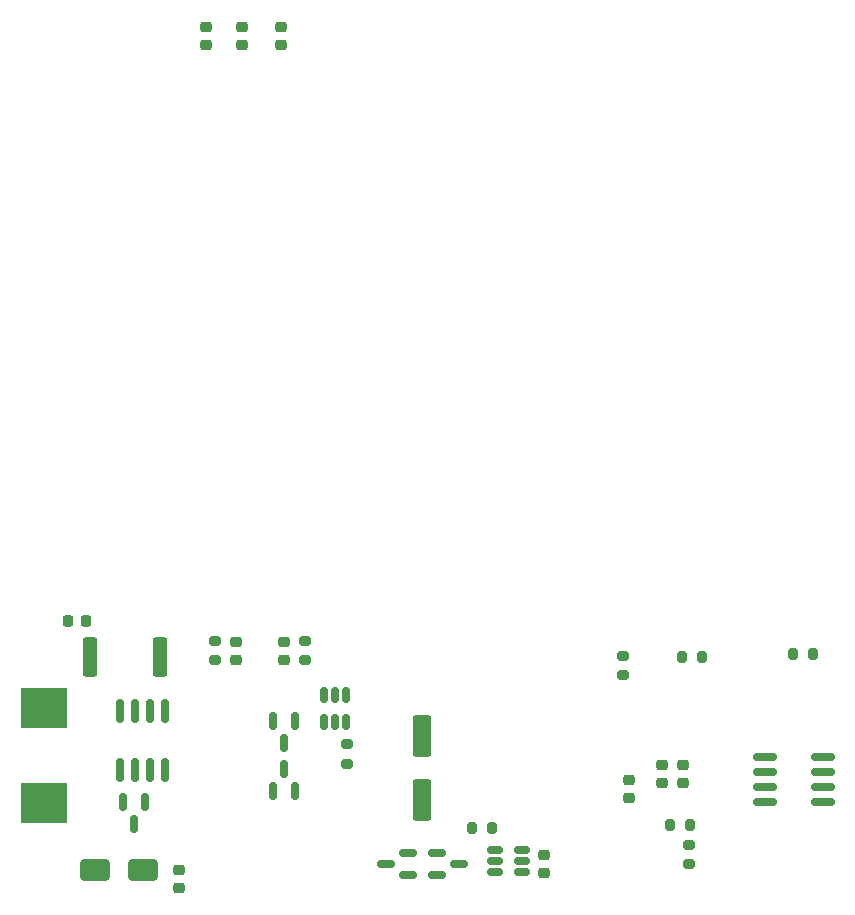
<source format=gtp>
G04 #@! TF.GenerationSoftware,KiCad,Pcbnew,7.0.9*
G04 #@! TF.CreationDate,2024-04-18T23:25:52+05:30*
G04 #@! TF.ProjectId,Battery-psu,42617474-6572-4792-9d70-73752e6b6963,rev?*
G04 #@! TF.SameCoordinates,Original*
G04 #@! TF.FileFunction,Paste,Top*
G04 #@! TF.FilePolarity,Positive*
%FSLAX46Y46*%
G04 Gerber Fmt 4.6, Leading zero omitted, Abs format (unit mm)*
G04 Created by KiCad (PCBNEW 7.0.9) date 2024-04-18 23:25:52*
%MOMM*%
%LPD*%
G01*
G04 APERTURE LIST*
G04 Aperture macros list*
%AMRoundRect*
0 Rectangle with rounded corners*
0 $1 Rounding radius*
0 $2 $3 $4 $5 $6 $7 $8 $9 X,Y pos of 4 corners*
0 Add a 4 corners polygon primitive as box body*
4,1,4,$2,$3,$4,$5,$6,$7,$8,$9,$2,$3,0*
0 Add four circle primitives for the rounded corners*
1,1,$1+$1,$2,$3*
1,1,$1+$1,$4,$5*
1,1,$1+$1,$6,$7*
1,1,$1+$1,$8,$9*
0 Add four rect primitives between the rounded corners*
20,1,$1+$1,$2,$3,$4,$5,0*
20,1,$1+$1,$4,$5,$6,$7,0*
20,1,$1+$1,$6,$7,$8,$9,0*
20,1,$1+$1,$8,$9,$2,$3,0*%
G04 Aperture macros list end*
%ADD10RoundRect,0.200000X0.200000X0.275000X-0.200000X0.275000X-0.200000X-0.275000X0.200000X-0.275000X0*%
%ADD11RoundRect,0.200000X-0.275000X0.200000X-0.275000X-0.200000X0.275000X-0.200000X0.275000X0.200000X0*%
%ADD12RoundRect,0.225000X0.250000X-0.225000X0.250000X0.225000X-0.250000X0.225000X-0.250000X-0.225000X0*%
%ADD13RoundRect,0.150000X0.587500X0.150000X-0.587500X0.150000X-0.587500X-0.150000X0.587500X-0.150000X0*%
%ADD14RoundRect,0.200000X0.275000X-0.200000X0.275000X0.200000X-0.275000X0.200000X-0.275000X-0.200000X0*%
%ADD15RoundRect,0.250000X0.550000X-1.500000X0.550000X1.500000X-0.550000X1.500000X-0.550000X-1.500000X0*%
%ADD16RoundRect,0.225000X-0.250000X0.225000X-0.250000X-0.225000X0.250000X-0.225000X0.250000X0.225000X0*%
%ADD17RoundRect,0.250000X1.000000X0.650000X-1.000000X0.650000X-1.000000X-0.650000X1.000000X-0.650000X0*%
%ADD18RoundRect,0.150000X-0.150000X0.587500X-0.150000X-0.587500X0.150000X-0.587500X0.150000X0.587500X0*%
%ADD19RoundRect,0.150000X0.150000X-0.587500X0.150000X0.587500X-0.150000X0.587500X-0.150000X-0.587500X0*%
%ADD20RoundRect,0.150000X-0.587500X-0.150000X0.587500X-0.150000X0.587500X0.150000X-0.587500X0.150000X0*%
%ADD21R,4.000000X3.500000*%
%ADD22RoundRect,0.150000X-0.825000X-0.150000X0.825000X-0.150000X0.825000X0.150000X-0.825000X0.150000X0*%
%ADD23RoundRect,0.150000X0.150000X-0.512500X0.150000X0.512500X-0.150000X0.512500X-0.150000X-0.512500X0*%
%ADD24RoundRect,0.150000X0.150000X-0.825000X0.150000X0.825000X-0.150000X0.825000X-0.150000X-0.825000X0*%
%ADD25RoundRect,0.250000X-0.362500X-1.425000X0.362500X-1.425000X0.362500X1.425000X-0.362500X1.425000X0*%
%ADD26RoundRect,0.225000X0.225000X0.250000X-0.225000X0.250000X-0.225000X-0.250000X0.225000X-0.250000X0*%
%ADD27RoundRect,0.150000X0.512500X0.150000X-0.512500X0.150000X-0.512500X-0.150000X0.512500X-0.150000X0*%
G04 APERTURE END LIST*
D10*
X175831000Y-126492000D03*
X174181000Y-126492000D03*
D11*
X143256000Y-110935000D03*
X143256000Y-112585000D03*
D12*
X170688000Y-124219000D03*
X170688000Y-122669000D03*
D11*
X135636000Y-110935000D03*
X135636000Y-112585000D03*
D10*
X159067000Y-126746000D03*
X157417000Y-126746000D03*
X176847000Y-112268000D03*
X175197000Y-112268000D03*
D13*
X152004500Y-130744000D03*
X152004500Y-128844000D03*
X150129500Y-129794000D03*
D14*
X146812000Y-121324000D03*
X146812000Y-119674000D03*
D12*
X163513000Y-130569000D03*
X163513000Y-129019000D03*
D15*
X153162000Y-124366000D03*
X153162000Y-118966000D03*
D16*
X132588000Y-130289000D03*
X132588000Y-131839000D03*
X173482000Y-121399000D03*
X173482000Y-122949000D03*
D17*
X129508000Y-130302000D03*
X125508000Y-130302000D03*
D12*
X141478000Y-112535000D03*
X141478000Y-110985000D03*
D18*
X142428000Y-117680500D03*
X140528000Y-117680500D03*
X141478000Y-119555500D03*
D19*
X140528000Y-123619500D03*
X142428000Y-123619500D03*
X141478000Y-121744500D03*
D20*
X154447500Y-128844000D03*
X154447500Y-130744000D03*
X156322500Y-129794000D03*
D21*
X121158000Y-116650000D03*
X121158000Y-124650000D03*
D22*
X182183000Y-120777000D03*
X182183000Y-122047000D03*
X182183000Y-123317000D03*
X182183000Y-124587000D03*
X187133000Y-124587000D03*
X187133000Y-123317000D03*
X187133000Y-122047000D03*
X187133000Y-120777000D03*
D23*
X144846000Y-117763500D03*
X145796000Y-117763500D03*
X146746000Y-117763500D03*
X146746000Y-115488500D03*
X145796000Y-115488500D03*
X144846000Y-115488500D03*
D10*
X186245000Y-112014000D03*
X184595000Y-112014000D03*
D14*
X170180000Y-113855000D03*
X170180000Y-112205000D03*
D24*
X127635000Y-121855000D03*
X128905000Y-121855000D03*
X130175000Y-121855000D03*
X131445000Y-121855000D03*
X131445000Y-116905000D03*
X130175000Y-116905000D03*
X128905000Y-116905000D03*
X127635000Y-116905000D03*
D16*
X134874000Y-60465000D03*
X134874000Y-58915000D03*
D25*
X125053500Y-112268000D03*
X130978500Y-112268000D03*
D26*
X124727000Y-109220000D03*
X123177000Y-109220000D03*
D16*
X175260000Y-121399000D03*
X175260000Y-122949000D03*
D14*
X175768000Y-129857000D03*
X175768000Y-128207000D03*
D18*
X129728000Y-124538500D03*
X127828000Y-124538500D03*
X128778000Y-126413500D03*
D27*
X161602500Y-130490000D03*
X161602500Y-129540000D03*
X161602500Y-128590000D03*
X159327500Y-128590000D03*
X159327500Y-129540000D03*
X159327500Y-130490000D03*
D16*
X141224000Y-60465000D03*
X141224000Y-58915000D03*
X137922000Y-60465000D03*
X137922000Y-58915000D03*
D12*
X137414000Y-112535000D03*
X137414000Y-110985000D03*
M02*

</source>
